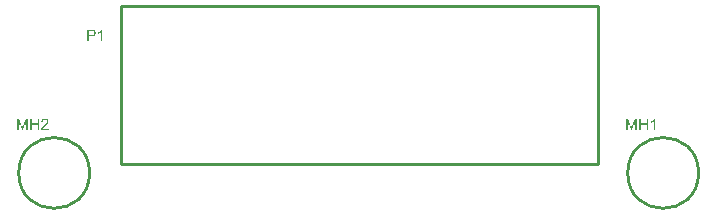
<source format=gto>
G04*
G04 #@! TF.GenerationSoftware,Altium Limited,Altium Designer,19.1.8 (144)*
G04*
G04 Layer_Color=65535*
%FSLAX25Y25*%
%MOIN*%
G70*
G01*
G75*
%ADD10C,0.01000*%
G36*
X210078Y363000D02*
X209614D01*
Y365954D01*
X209608Y365948D01*
X209581Y365927D01*
X209548Y365894D01*
X209494Y365856D01*
X209434Y365806D01*
X209357Y365752D01*
X209270Y365692D01*
X209171Y365632D01*
X209166D01*
X209160Y365626D01*
X209128Y365604D01*
X209073Y365577D01*
X209008Y365544D01*
X208931Y365506D01*
X208849Y365468D01*
X208767Y365430D01*
X208685Y365397D01*
Y365845D01*
X208691D01*
X208702Y365856D01*
X208724Y365861D01*
X208751Y365877D01*
X208784Y365894D01*
X208822Y365916D01*
X208915Y365970D01*
X209024Y366030D01*
X209133Y366107D01*
X209248Y366194D01*
X209363Y366287D01*
X209368Y366292D01*
X209373Y366298D01*
X209390Y366314D01*
X209412Y366331D01*
X209461Y366385D01*
X209526Y366451D01*
X209592Y366527D01*
X209663Y366615D01*
X209723Y366702D01*
X209777Y366795D01*
X210078D01*
Y363000D01*
D02*
G37*
G36*
X206632Y366773D02*
X206725Y366767D01*
X206824Y366762D01*
X206916Y366751D01*
X206998Y366740D01*
X207009D01*
X207048Y366729D01*
X207097Y366718D01*
X207162Y366702D01*
X207233Y366675D01*
X207310Y366642D01*
X207392Y366604D01*
X207463Y366560D01*
X207473Y366554D01*
X207495Y366538D01*
X207528Y366505D01*
X207572Y366467D01*
X207621Y366418D01*
X207670Y366352D01*
X207724Y366282D01*
X207768Y366200D01*
X207774Y366189D01*
X207785Y366161D01*
X207806Y366112D01*
X207828Y366047D01*
X207845Y365970D01*
X207867Y365883D01*
X207877Y365785D01*
X207883Y365681D01*
Y365675D01*
Y365659D01*
Y365637D01*
X207877Y365599D01*
X207872Y365561D01*
X207867Y365512D01*
X207856Y365457D01*
X207845Y365397D01*
X207806Y365271D01*
X207785Y365206D01*
X207752Y365135D01*
X207714Y365064D01*
X207675Y364998D01*
X207626Y364933D01*
X207572Y364867D01*
X207566Y364862D01*
X207555Y364851D01*
X207539Y364835D01*
X207512Y364818D01*
X207479Y364791D01*
X207435Y364764D01*
X207381Y364731D01*
X207320Y364703D01*
X207249Y364671D01*
X207168Y364638D01*
X207080Y364611D01*
X206977Y364589D01*
X206867Y364567D01*
X206747Y364551D01*
X206611Y364540D01*
X206469Y364534D01*
X205502D01*
Y363000D01*
X205000D01*
Y366778D01*
X206551D01*
X206632Y366773D01*
D02*
G37*
G36*
X189043Y333350D02*
X188540D01*
Y335130D01*
X186586D01*
Y333350D01*
X186083D01*
Y337128D01*
X186586D01*
Y335578D01*
X188540D01*
Y337128D01*
X189043D01*
Y333350D01*
D02*
G37*
G36*
X185254D02*
X184773D01*
Y336511D01*
X183670Y333350D01*
X183222D01*
X182131Y336566D01*
Y333350D01*
X181650D01*
Y337128D01*
X182398D01*
X183293Y334448D01*
Y334442D01*
X183299Y334431D01*
X183304Y334415D01*
X183315Y334387D01*
X183337Y334322D01*
X183364Y334240D01*
X183392Y334147D01*
X183424Y334054D01*
X183452Y333967D01*
X183474Y333891D01*
X183479Y333902D01*
X183485Y333929D01*
X183501Y333978D01*
X183523Y334043D01*
X183550Y334131D01*
X183588Y334234D01*
X183626Y334355D01*
X183676Y334497D01*
X184582Y337128D01*
X185254D01*
Y333350D01*
D02*
G37*
G36*
X191030Y337139D02*
X191074Y337134D01*
X191129Y337128D01*
X191189Y337117D01*
X191249Y337106D01*
X191391Y337068D01*
X191533Y337014D01*
X191604Y336981D01*
X191675Y336943D01*
X191740Y336894D01*
X191800Y336839D01*
X191806Y336834D01*
X191816Y336828D01*
X191827Y336806D01*
X191849Y336784D01*
X191877Y336757D01*
X191904Y336719D01*
X191931Y336681D01*
X191964Y336631D01*
X192018Y336528D01*
X192073Y336397D01*
X192095Y336331D01*
X192106Y336255D01*
X192117Y336178D01*
X192122Y336096D01*
Y336086D01*
Y336058D01*
X192117Y336015D01*
X192111Y335954D01*
X192100Y335889D01*
X192079Y335812D01*
X192057Y335731D01*
X192024Y335649D01*
X192018Y335638D01*
X192008Y335610D01*
X191986Y335567D01*
X191953Y335507D01*
X191909Y335441D01*
X191855Y335359D01*
X191789Y335277D01*
X191713Y335185D01*
X191702Y335174D01*
X191675Y335141D01*
X191647Y335114D01*
X191620Y335086D01*
X191587Y335053D01*
X191543Y335010D01*
X191500Y334966D01*
X191445Y334917D01*
X191391Y334862D01*
X191325Y334802D01*
X191254Y334742D01*
X191178Y334671D01*
X191090Y334600D01*
X191003Y334524D01*
X190998Y334518D01*
X190987Y334507D01*
X190965Y334491D01*
X190937Y334469D01*
X190905Y334436D01*
X190866Y334404D01*
X190779Y334333D01*
X190686Y334251D01*
X190599Y334169D01*
X190523Y334098D01*
X190490Y334071D01*
X190462Y334043D01*
X190457Y334038D01*
X190441Y334022D01*
X190419Y334000D01*
X190392Y333967D01*
X190364Y333929D01*
X190331Y333891D01*
X190266Y333798D01*
X192128D01*
Y333350D01*
X189622D01*
Y333355D01*
Y333377D01*
Y333410D01*
X189627Y333454D01*
X189632Y333503D01*
X189643Y333558D01*
X189654Y333612D01*
X189676Y333672D01*
Y333678D01*
X189682Y333683D01*
X189693Y333716D01*
X189714Y333765D01*
X189747Y333830D01*
X189791Y333907D01*
X189846Y333994D01*
X189906Y334082D01*
X189982Y334174D01*
Y334180D01*
X189993Y334185D01*
X190020Y334218D01*
X190069Y334267D01*
X190140Y334338D01*
X190222Y334420D01*
X190326Y334518D01*
X190452Y334628D01*
X190588Y334742D01*
X190594Y334748D01*
X190615Y334764D01*
X190648Y334791D01*
X190686Y334824D01*
X190735Y334868D01*
X190796Y334917D01*
X190856Y334972D01*
X190927Y335032D01*
X191063Y335163D01*
X191200Y335294D01*
X191265Y335359D01*
X191325Y335425D01*
X191380Y335485D01*
X191423Y335545D01*
Y335550D01*
X191434Y335556D01*
X191445Y335572D01*
X191456Y335594D01*
X191494Y335654D01*
X191538Y335725D01*
X191576Y335812D01*
X191614Y335905D01*
X191636Y336009D01*
X191647Y336107D01*
Y336113D01*
Y336118D01*
X191642Y336151D01*
X191636Y336206D01*
X191620Y336266D01*
X191598Y336342D01*
X191560Y336419D01*
X191511Y336495D01*
X191445Y336571D01*
X191434Y336582D01*
X191407Y336604D01*
X191369Y336631D01*
X191309Y336670D01*
X191232Y336702D01*
X191145Y336735D01*
X191041Y336757D01*
X190927Y336762D01*
X190894D01*
X190872Y336757D01*
X190806Y336752D01*
X190730Y336735D01*
X190648Y336713D01*
X190555Y336675D01*
X190468Y336626D01*
X190386Y336561D01*
X190375Y336550D01*
X190353Y336522D01*
X190321Y336479D01*
X190288Y336413D01*
X190250Y336337D01*
X190217Y336238D01*
X190195Y336129D01*
X190184Y336004D01*
X189709Y336053D01*
Y336058D01*
X189714Y336074D01*
Y336102D01*
X189720Y336140D01*
X189731Y336184D01*
X189742Y336233D01*
X189758Y336293D01*
X189775Y336353D01*
X189818Y336484D01*
X189884Y336615D01*
X189922Y336681D01*
X189971Y336746D01*
X190020Y336806D01*
X190075Y336861D01*
X190080Y336866D01*
X190091Y336872D01*
X190108Y336888D01*
X190135Y336905D01*
X190168Y336926D01*
X190206Y336948D01*
X190250Y336975D01*
X190304Y337003D01*
X190364Y337030D01*
X190430Y337057D01*
X190501Y337079D01*
X190577Y337101D01*
X190659Y337117D01*
X190746Y337134D01*
X190839Y337139D01*
X190937Y337145D01*
X190992D01*
X191030Y337139D01*
D02*
G37*
G36*
X392043Y333350D02*
X391541D01*
Y335130D01*
X389586D01*
Y333350D01*
X389084D01*
Y337128D01*
X389586D01*
Y335578D01*
X391541D01*
Y337128D01*
X392043D01*
Y333350D01*
D02*
G37*
G36*
X388254D02*
X387773D01*
Y336511D01*
X386670Y333350D01*
X386223D01*
X385131Y336566D01*
Y333350D01*
X384650D01*
Y337128D01*
X385398D01*
X386294Y334448D01*
Y334442D01*
X386299Y334431D01*
X386304Y334415D01*
X386315Y334387D01*
X386337Y334322D01*
X386364Y334240D01*
X386392Y334147D01*
X386424Y334054D01*
X386452Y333967D01*
X386474Y333891D01*
X386479Y333902D01*
X386485Y333929D01*
X386501Y333978D01*
X386523Y334043D01*
X386550Y334131D01*
X386588Y334234D01*
X386627Y334355D01*
X386676Y334497D01*
X387582Y337128D01*
X388254D01*
Y333350D01*
D02*
G37*
G36*
X394434D02*
X393970D01*
Y336304D01*
X393965Y336298D01*
X393937Y336277D01*
X393905Y336244D01*
X393850Y336206D01*
X393790Y336156D01*
X393714Y336102D01*
X393626Y336042D01*
X393528Y335982D01*
X393523D01*
X393517Y335976D01*
X393484Y335954D01*
X393430Y335927D01*
X393364Y335894D01*
X393288Y335856D01*
X393206Y335818D01*
X393124Y335780D01*
X393042Y335747D01*
Y336195D01*
X393047D01*
X393058Y336206D01*
X393080Y336211D01*
X393108Y336227D01*
X393140Y336244D01*
X393179Y336266D01*
X393271Y336320D01*
X393380Y336380D01*
X393490Y336457D01*
X393604Y336544D01*
X393719Y336637D01*
X393724Y336642D01*
X393730Y336648D01*
X393746Y336664D01*
X393768Y336681D01*
X393817Y336735D01*
X393883Y336801D01*
X393948Y336877D01*
X394019Y336965D01*
X394079Y337052D01*
X394134Y337145D01*
X394434D01*
Y333350D01*
D02*
G37*
%LPC*%
G36*
X206583Y366331D02*
X205502D01*
Y364982D01*
X206518D01*
X206556Y364987D01*
X206594D01*
X206638Y364993D01*
X206742Y365004D01*
X206856Y365026D01*
X206971Y365058D01*
X207075Y365102D01*
X207124Y365129D01*
X207162Y365162D01*
X207173Y365173D01*
X207195Y365195D01*
X207228Y365239D01*
X207266Y365293D01*
X207304Y365364D01*
X207337Y365452D01*
X207359Y365550D01*
X207370Y365665D01*
Y365670D01*
Y365675D01*
Y365703D01*
X207364Y365752D01*
X207353Y365806D01*
X207342Y365866D01*
X207320Y365937D01*
X207288Y366003D01*
X207249Y366069D01*
X207244Y366074D01*
X207228Y366096D01*
X207200Y366123D01*
X207168Y366161D01*
X207119Y366200D01*
X207064Y366232D01*
X207004Y366265D01*
X206933Y366292D01*
X206927D01*
X206906Y366298D01*
X206873Y366303D01*
X206829Y366314D01*
X206764Y366320D01*
X206682Y366325D01*
X206583Y366331D01*
D02*
G37*
%LPD*%
D10*
X205811Y319000D02*
G03*
X205811Y319000I-11811J0D01*
G01*
X408811D02*
G03*
X408811Y319000I-11811J0D01*
G01*
X216400Y374595D02*
X375400D01*
X216400Y322095D02*
X375400D01*
Y374595D01*
X216400Y322095D02*
Y374595D01*
M02*

</source>
